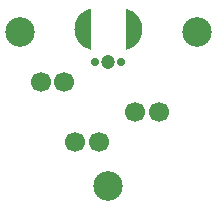
<source format=gbs>
%FSLAX33Y33*%
%MOMM*%
%ADD10C,1.7*%
%ADD11C,1.2*%
%ADD12C,0.7*%
%ADD13C,2.5*%
%ADD14C,2.5*%
%ADD15C,2.5*%
D10*
%LNbottom solder mask_traces*%
%LNbottom solder mask component ee4f7c3a749b9ae5*%
G01*
X4290Y-1943D03*
X2290Y-1943D03*
%LNbottom solder mask component 6959a6c919ed1c6a*%
D11*
X0Y2286D03*
D12*
X-1100Y2286D03*
X1100Y2286D03*
G36*
X1500Y3261D02*
G75*
G03*
X1500Y6761I-0421J1750D01*
G01*
X1500Y3261D01*
X-1500Y6786D02*
G75*
G03*
X-1500Y3286I0421J-1750D01*
G01*
X-1500Y6786D01*
G37*
%LNbottom solder mask component a4a91ddb9f96ce23*%
D13*
X0Y-8275D03*
%LNbottom solder mask component 27f528e205d9f711*%
D10*
X-3750Y0597D03*
X-5750Y0597D03*
%LNbottom solder mask component eef1e1cbe215c51d*%
D14*
X-7492Y4820D03*
%LNbottom solder mask component 397f7d45dedda475*%
D10*
X-0800Y-4483D03*
X-2800Y-4483D03*
%LNbottom solder mask component e0d137f8182de863*%
D15*
X7492Y4820D03*
M02*
</source>
